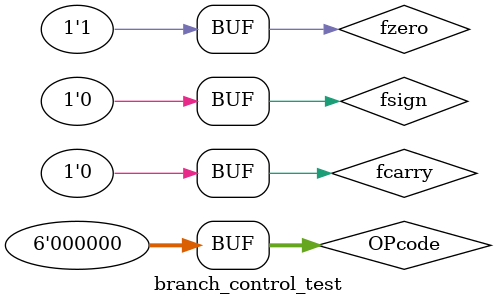
<source format=v>
`timescale 1ns / 1ps


module branch_control_test;

	// Inputs
	reg [5:0] OPcode;
	reg fzero;
	reg fsign;
	reg fcarry;

	// Outputs
	wire out;

	// Instantiate the Unit Under Test (UUT)
	branch_control uut (
		.OPcode(OPcode), 
		.fzero(fzero), 
		.fsign(fsign), 
		.fcarry(fcarry), 
		.out(out)
	);

	initial begin
		// Initialize Inputs
		OPcode = 0;
		fzero = 0;
		fsign = 0;
		fcarry = 0;

		// Wait 100 ns for global reset to finish
		#100;
        
		// Add stimulus here
		OPcode = 6'b101000; #10; // op:b
		OPcode = 6'b100000; #10; // op:br
		OPcode = 6'b110000; fsign = 1; #10; //op:bltz rs < 0
		OPcode = 6'b110000; fsign = 0; #10; //op:bltz rs >= 0
		OPcode = 6'b110001; fzero = 1; #10; //op:bz rs == 0
		OPcode = 6'b110001; fzero = 0; #10; //op:bz rs != 0
		OPcode = 6'b110010; fzero = 0; #10; //op:bnz rs != 0
		OPcode = 6'b110010; fzero = 1; #10; //op:bnz rs == 0
		OPcode = 6'b101011; #10;  //op:bl
		OPcode = 6'b101001; fcarry = 1; #10; //op:bcy carry = 1
		OPcode = 6'b101010; fcarry = 0; #10; //op:bncy carry = 0
		OPcode = 6'b000000; #10;
	end
      
endmodule


</source>
